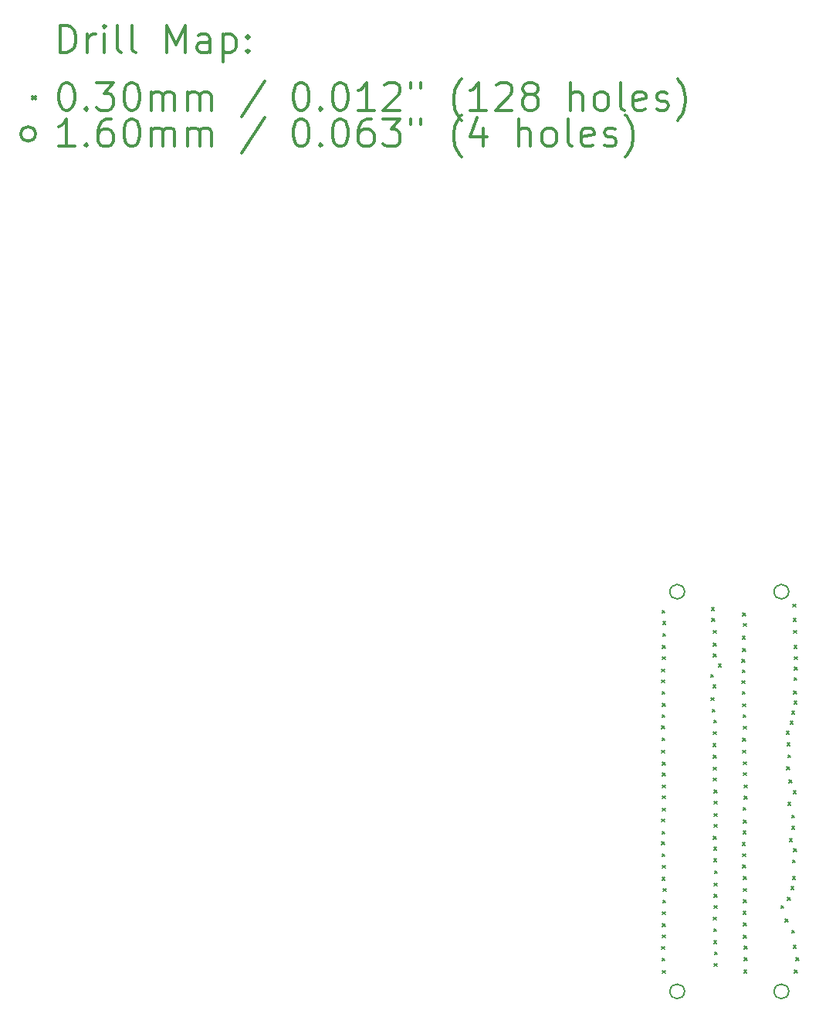
<source format=gbr>
%FSLAX45Y45*%
G04 Gerber Fmt 4.5, Leading zero omitted, Abs format (unit mm)*
G04 Created by KiCad (PCBNEW 4.0.4-stable) date 12/05/16 22:10:51*
%MOMM*%
%LPD*%
G01*
G04 APERTURE LIST*
%ADD10C,0.127000*%
%ADD11C,0.200000*%
%ADD12C,0.300000*%
G04 APERTURE END LIST*
D10*
D11*
X267000Y-1642000D02*
X297000Y-1672000D01*
X297000Y-1642000D02*
X267000Y-1672000D01*
X267000Y-2913000D02*
X297000Y-2943000D01*
X297000Y-2913000D02*
X267000Y-2943000D01*
X269000Y-1019000D02*
X299000Y-1049000D01*
X299000Y-1019000D02*
X269000Y-1049000D01*
X269000Y-4059000D02*
X299000Y-4089000D01*
X299000Y-4059000D02*
X269000Y-4089000D01*
X270000Y-1906000D02*
X300000Y-1936000D01*
X300000Y-1906000D02*
X270000Y-1936000D01*
X270000Y-2662000D02*
X300000Y-2692000D01*
X300000Y-2662000D02*
X270000Y-2692000D01*
X271000Y-1136000D02*
X301000Y-1166000D01*
X301000Y-1136000D02*
X271000Y-1166000D01*
X272000Y-3043000D02*
X302000Y-3073000D01*
X302000Y-3043000D02*
X272000Y-3073000D01*
X272000Y-4186000D02*
X302000Y-4216000D01*
X302000Y-4186000D02*
X272000Y-4216000D01*
X273000Y-1264000D02*
X303000Y-1294000D01*
X303000Y-1264000D02*
X273000Y-1294000D01*
X273000Y-1520000D02*
X303000Y-1550000D01*
X303000Y-1520000D02*
X273000Y-1550000D01*
X273000Y-1772000D02*
X303000Y-1802000D01*
X303000Y-1772000D02*
X273000Y-1802000D01*
X274000Y-2795000D02*
X304000Y-2825000D01*
X304000Y-2795000D02*
X274000Y-2825000D01*
X274000Y-3299000D02*
X304000Y-3329000D01*
X304000Y-3299000D02*
X274000Y-3329000D01*
X275000Y-376000D02*
X305000Y-406000D01*
X305000Y-376000D02*
X275000Y-406000D01*
X276000Y-760000D02*
X306000Y-790000D01*
X306000Y-760000D02*
X276000Y-790000D01*
X276000Y-3171000D02*
X306000Y-3201000D01*
X306000Y-3171000D02*
X276000Y-3201000D01*
X277000Y-884000D02*
X307000Y-914000D01*
X307000Y-884000D02*
X277000Y-914000D01*
X277000Y-1395000D02*
X307000Y-1425000D01*
X307000Y-1395000D02*
X277000Y-1425000D01*
X277000Y-4319000D02*
X307000Y-4349000D01*
X307000Y-4319000D02*
X277000Y-4349000D01*
X278000Y-2038000D02*
X308000Y-2068000D01*
X308000Y-2038000D02*
X278000Y-2068000D01*
X278000Y-2408000D02*
X308000Y-2438000D01*
X308000Y-2408000D02*
X278000Y-2438000D01*
X278000Y-2541000D02*
X308000Y-2571000D01*
X308000Y-2541000D02*
X278000Y-2571000D01*
X278000Y-3679000D02*
X308000Y-3709000D01*
X308000Y-3679000D02*
X278000Y-3709000D01*
X278000Y-3807000D02*
X308000Y-3837000D01*
X308000Y-3807000D02*
X278000Y-3837000D01*
X278000Y-3933000D02*
X308000Y-3963000D01*
X308000Y-3933000D02*
X278000Y-3963000D01*
X279000Y-2157000D02*
X309000Y-2187000D01*
X309000Y-2157000D02*
X279000Y-2187000D01*
X279000Y-2287000D02*
X309000Y-2317000D01*
X309000Y-2287000D02*
X279000Y-2317000D01*
X280000Y-631000D02*
X310000Y-661000D01*
X310000Y-631000D02*
X280000Y-661000D01*
X281000Y-497000D02*
X311000Y-527000D01*
X311000Y-497000D02*
X281000Y-527000D01*
X281000Y-3551000D02*
X311000Y-3581000D01*
X311000Y-3551000D02*
X281000Y-3581000D01*
X285000Y-3425000D02*
X315000Y-3455000D01*
X315000Y-3425000D02*
X285000Y-3455000D01*
X807000Y-1079000D02*
X837000Y-1109000D01*
X837000Y-1079000D02*
X807000Y-1109000D01*
X813000Y-1332000D02*
X843000Y-1362000D01*
X843000Y-1332000D02*
X813000Y-1362000D01*
X814000Y-346000D02*
X844000Y-376000D01*
X844000Y-346000D02*
X814000Y-376000D01*
X820000Y-466000D02*
X850000Y-496000D01*
X850000Y-466000D02*
X820000Y-496000D01*
X822000Y-1460000D02*
X852000Y-1490000D01*
X852000Y-1460000D02*
X822000Y-1490000D01*
X831000Y-1193000D02*
X861000Y-1223000D01*
X861000Y-1193000D02*
X831000Y-1223000D01*
X833000Y-1836000D02*
X863000Y-1866000D01*
X863000Y-1836000D02*
X833000Y-1866000D01*
X834000Y-737000D02*
X864000Y-767000D01*
X864000Y-737000D02*
X834000Y-767000D01*
X834000Y-1962000D02*
X864000Y-1992000D01*
X864000Y-1962000D02*
X834000Y-1992000D01*
X835000Y-595000D02*
X865000Y-625000D01*
X865000Y-595000D02*
X835000Y-625000D01*
X836000Y-2095000D02*
X866000Y-2125000D01*
X866000Y-2095000D02*
X836000Y-2125000D01*
X836000Y-2852000D02*
X866000Y-2882000D01*
X866000Y-2852000D02*
X836000Y-2882000D01*
X836000Y-3736000D02*
X866000Y-3766000D01*
X866000Y-3736000D02*
X836000Y-3766000D01*
X837000Y-852000D02*
X867000Y-882000D01*
X867000Y-852000D02*
X837000Y-882000D01*
X837000Y-1705000D02*
X867000Y-1735000D01*
X867000Y-1705000D02*
X837000Y-1735000D01*
X838000Y-2214000D02*
X868000Y-2244000D01*
X868000Y-2214000D02*
X838000Y-2244000D01*
X839000Y-2970000D02*
X869000Y-3000000D01*
X869000Y-2970000D02*
X839000Y-3000000D01*
X839000Y-3099000D02*
X869000Y-3129000D01*
X869000Y-3099000D02*
X839000Y-3129000D01*
X839000Y-3865000D02*
X869000Y-3895000D01*
X869000Y-3865000D02*
X839000Y-3895000D01*
X840000Y-1576000D02*
X870000Y-1606000D01*
X870000Y-1576000D02*
X840000Y-1606000D01*
X842000Y-3994000D02*
X872000Y-4024000D01*
X872000Y-3994000D02*
X842000Y-4024000D01*
X843000Y-2346000D02*
X873000Y-2376000D01*
X873000Y-2346000D02*
X843000Y-2376000D01*
X843000Y-2719000D02*
X873000Y-2749000D01*
X873000Y-2719000D02*
X843000Y-2749000D01*
X843000Y-3608000D02*
X873000Y-3638000D01*
X873000Y-3608000D02*
X843000Y-3638000D01*
X845000Y-2466000D02*
X875000Y-2496000D01*
X875000Y-2466000D02*
X845000Y-2496000D01*
X845000Y-3363000D02*
X875000Y-3393000D01*
X875000Y-3363000D02*
X845000Y-3393000D01*
X846000Y-2602000D02*
X876000Y-2632000D01*
X876000Y-2602000D02*
X846000Y-2632000D01*
X846000Y-3485000D02*
X876000Y-3515000D01*
X876000Y-3485000D02*
X846000Y-3515000D01*
X846000Y-4245000D02*
X876000Y-4275000D01*
X876000Y-4245000D02*
X846000Y-4275000D01*
X847000Y-4116000D02*
X877000Y-4146000D01*
X877000Y-4116000D02*
X847000Y-4146000D01*
X848000Y-3229000D02*
X878000Y-3259000D01*
X878000Y-3229000D02*
X848000Y-3259000D01*
X893000Y-965000D02*
X923000Y-995000D01*
X923000Y-965000D02*
X893000Y-995000D01*
X1150000Y-915000D02*
X1180000Y-945000D01*
X1180000Y-915000D02*
X1150000Y-945000D01*
X1150000Y-1144000D02*
X1180000Y-1174000D01*
X1180000Y-1144000D02*
X1150000Y-1174000D01*
X1153000Y-1029000D02*
X1183000Y-1059000D01*
X1183000Y-1029000D02*
X1153000Y-1059000D01*
X1153000Y-1266000D02*
X1183000Y-1296000D01*
X1183000Y-1266000D02*
X1153000Y-1296000D01*
X1154000Y-659000D02*
X1184000Y-689000D01*
X1184000Y-659000D02*
X1154000Y-689000D01*
X1154000Y-2918000D02*
X1184000Y-2948000D01*
X1184000Y-2918000D02*
X1154000Y-2948000D01*
X1156000Y-3043000D02*
X1186000Y-3073000D01*
X1186000Y-3043000D02*
X1156000Y-3073000D01*
X1157000Y-1400000D02*
X1187000Y-1430000D01*
X1187000Y-1400000D02*
X1157000Y-1430000D01*
X1157000Y-1776000D02*
X1187000Y-1806000D01*
X1187000Y-1776000D02*
X1157000Y-1806000D01*
X1158000Y-405000D02*
X1188000Y-435000D01*
X1188000Y-405000D02*
X1158000Y-435000D01*
X1158000Y-795000D02*
X1188000Y-825000D01*
X1188000Y-795000D02*
X1158000Y-825000D01*
X1159000Y-1908000D02*
X1189000Y-1938000D01*
X1189000Y-1908000D02*
X1159000Y-1938000D01*
X1159000Y-3167000D02*
X1189000Y-3197000D01*
X1189000Y-3167000D02*
X1159000Y-3197000D01*
X1163000Y-1520000D02*
X1193000Y-1550000D01*
X1193000Y-1520000D02*
X1163000Y-1550000D01*
X1163000Y-2536000D02*
X1193000Y-2566000D01*
X1193000Y-2536000D02*
X1163000Y-2566000D01*
X1163000Y-2794000D02*
X1193000Y-2824000D01*
X1193000Y-2794000D02*
X1163000Y-2824000D01*
X1163000Y-3675000D02*
X1193000Y-3705000D01*
X1193000Y-3675000D02*
X1163000Y-3705000D01*
X1165000Y-520000D02*
X1195000Y-550000D01*
X1195000Y-520000D02*
X1165000Y-550000D01*
X1165000Y-1645000D02*
X1195000Y-1675000D01*
X1195000Y-1645000D02*
X1165000Y-1675000D01*
X1165000Y-2036000D02*
X1195000Y-2066000D01*
X1195000Y-2036000D02*
X1165000Y-2066000D01*
X1165000Y-2676000D02*
X1195000Y-2706000D01*
X1195000Y-2676000D02*
X1165000Y-2706000D01*
X1165000Y-3291000D02*
X1195000Y-3321000D01*
X1195000Y-3291000D02*
X1165000Y-3321000D01*
X1165000Y-3425000D02*
X1195000Y-3455000D01*
X1195000Y-3425000D02*
X1165000Y-3455000D01*
X1165000Y-3544000D02*
X1195000Y-3574000D01*
X1195000Y-3544000D02*
X1165000Y-3574000D01*
X1165000Y-3800000D02*
X1195000Y-3830000D01*
X1195000Y-3800000D02*
X1165000Y-3830000D01*
X1167000Y-2155000D02*
X1197000Y-2185000D01*
X1197000Y-2155000D02*
X1167000Y-2185000D01*
X1167000Y-3937000D02*
X1197000Y-3967000D01*
X1197000Y-3937000D02*
X1167000Y-3967000D01*
X1170000Y-4316000D02*
X1200000Y-4346000D01*
X1200000Y-4316000D02*
X1170000Y-4346000D01*
X1174000Y-4056000D02*
X1204000Y-4086000D01*
X1204000Y-4056000D02*
X1174000Y-4086000D01*
X1174000Y-4180000D02*
X1204000Y-4210000D01*
X1204000Y-4180000D02*
X1174000Y-4210000D01*
X1175000Y-2289000D02*
X1205000Y-2319000D01*
X1205000Y-2289000D02*
X1175000Y-2319000D01*
X1175000Y-2413000D02*
X1205000Y-2443000D01*
X1205000Y-2413000D02*
X1175000Y-2443000D01*
X1578590Y-3609999D02*
X1608590Y-3639999D01*
X1608590Y-3609999D02*
X1578590Y-3639999D01*
X1623965Y-3759999D02*
X1653965Y-3789999D01*
X1653965Y-3759999D02*
X1623965Y-3789999D01*
X1636608Y-1698109D02*
X1666608Y-1728109D01*
X1666608Y-1698109D02*
X1636608Y-1728109D01*
X1641863Y-2091001D02*
X1671863Y-2121001D01*
X1671863Y-2091001D02*
X1641863Y-2121001D01*
X1646608Y-1825608D02*
X1676608Y-1855608D01*
X1676608Y-1825608D02*
X1646608Y-1855608D01*
X1647087Y-3519313D02*
X1677087Y-3549313D01*
X1677087Y-3519313D02*
X1647087Y-3549313D01*
X1653232Y-2480999D02*
X1683232Y-2510999D01*
X1683232Y-2480999D02*
X1653232Y-2510999D01*
X1654108Y-1958108D02*
X1684108Y-1988108D01*
X1684108Y-1958108D02*
X1654108Y-1988108D01*
X1667366Y-2231639D02*
X1697366Y-2261639D01*
X1697366Y-2231639D02*
X1667366Y-2261639D01*
X1671426Y-2876175D02*
X1701426Y-2906175D01*
X1701426Y-2876175D02*
X1671426Y-2906175D01*
X1680332Y-1588991D02*
X1710332Y-1618991D01*
X1710332Y-1588991D02*
X1680332Y-1618991D01*
X1687722Y-3400764D02*
X1717722Y-3430764D01*
X1717722Y-3400764D02*
X1687722Y-3430764D01*
X1696000Y-3879999D02*
X1726000Y-3909999D01*
X1726000Y-3879999D02*
X1696000Y-3909999D01*
X1696485Y-2739999D02*
X1726485Y-2769999D01*
X1726485Y-2739999D02*
X1696485Y-2769999D01*
X1696632Y-2619999D02*
X1726632Y-2649999D01*
X1726632Y-2619999D02*
X1696632Y-2649999D01*
X1696787Y-1478990D02*
X1726787Y-1508990D01*
X1726787Y-1478990D02*
X1696787Y-1508990D01*
X1702193Y-3290762D02*
X1732193Y-3320762D01*
X1732193Y-3290762D02*
X1702193Y-3320762D01*
X1703000Y-3109999D02*
X1733000Y-3139999D01*
X1733000Y-3109999D02*
X1703000Y-3139999D01*
X1710000Y-307299D02*
X1740000Y-337299D01*
X1740000Y-307299D02*
X1710000Y-337299D01*
X1711246Y-4043463D02*
X1741246Y-4073463D01*
X1741246Y-4043463D02*
X1711246Y-4073463D01*
X1712000Y-462299D02*
X1742000Y-492299D01*
X1742000Y-462299D02*
X1712000Y-492299D01*
X1712612Y-2349999D02*
X1742612Y-2379999D01*
X1742612Y-2349999D02*
X1712612Y-2379999D01*
X1715000Y-595000D02*
X1745000Y-625000D01*
X1745000Y-595000D02*
X1715000Y-625000D01*
X1717000Y-1258988D02*
X1747000Y-1288988D01*
X1747000Y-1258988D02*
X1717000Y-1288988D01*
X1717664Y-2987999D02*
X1747664Y-3017999D01*
X1747664Y-2987999D02*
X1717664Y-3017999D01*
X1719597Y-1368989D02*
X1749597Y-1398989D01*
X1749597Y-1368989D02*
X1719597Y-1398989D01*
X1720000Y-761000D02*
X1750000Y-791000D01*
X1750000Y-761000D02*
X1720000Y-791000D01*
X1721000Y-1113000D02*
X1751000Y-1143000D01*
X1751000Y-1113000D02*
X1721000Y-1143000D01*
X1723000Y-999000D02*
X1753000Y-1029000D01*
X1753000Y-999000D02*
X1723000Y-1029000D01*
X1724000Y-882000D02*
X1754000Y-912000D01*
X1754000Y-882000D02*
X1724000Y-912000D01*
X1727000Y-4316000D02*
X1757000Y-4346000D01*
X1757000Y-4316000D02*
X1727000Y-4346000D01*
X1740364Y-4179999D02*
X1770364Y-4209999D01*
X1770364Y-4179999D02*
X1740364Y-4209999D01*
X519000Y-171000D02*
G75*
G03X519000Y-171000I-80000J0D01*
G01*
X519000Y-4550000D02*
G75*
G03X519000Y-4550000I-80000J0D01*
G01*
X1662000Y-171000D02*
G75*
G03X1662000Y-171000I-80000J0D01*
G01*
X1662000Y-4550000D02*
G75*
G03X1662000Y-4550000I-80000J0D01*
G01*
D12*
X-6328571Y5734286D02*
X-6328571Y6034286D01*
X-6257143Y6034286D01*
X-6214286Y6020000D01*
X-6185714Y5991429D01*
X-6171429Y5962857D01*
X-6157143Y5905714D01*
X-6157143Y5862857D01*
X-6171429Y5805714D01*
X-6185714Y5777143D01*
X-6214286Y5748571D01*
X-6257143Y5734286D01*
X-6328571Y5734286D01*
X-6028571Y5734286D02*
X-6028571Y5934286D01*
X-6028571Y5877143D02*
X-6014286Y5905714D01*
X-6000000Y5920000D01*
X-5971429Y5934286D01*
X-5942857Y5934286D01*
X-5842857Y5734286D02*
X-5842857Y5934286D01*
X-5842857Y6034286D02*
X-5857143Y6020000D01*
X-5842857Y6005714D01*
X-5828571Y6020000D01*
X-5842857Y6034286D01*
X-5842857Y6005714D01*
X-5657143Y5734286D02*
X-5685714Y5748571D01*
X-5700000Y5777143D01*
X-5700000Y6034286D01*
X-5500000Y5734286D02*
X-5528571Y5748571D01*
X-5542857Y5777143D01*
X-5542857Y6034286D01*
X-5157143Y5734286D02*
X-5157143Y6034286D01*
X-5057143Y5820000D01*
X-4957143Y6034286D01*
X-4957143Y5734286D01*
X-4685714Y5734286D02*
X-4685714Y5891429D01*
X-4700000Y5920000D01*
X-4728571Y5934286D01*
X-4785714Y5934286D01*
X-4814286Y5920000D01*
X-4685714Y5748571D02*
X-4714286Y5734286D01*
X-4785714Y5734286D01*
X-4814286Y5748571D01*
X-4828571Y5777143D01*
X-4828571Y5805714D01*
X-4814286Y5834286D01*
X-4785714Y5848571D01*
X-4714286Y5848571D01*
X-4685714Y5862857D01*
X-4542857Y5934286D02*
X-4542857Y5634286D01*
X-4542857Y5920000D02*
X-4514286Y5934286D01*
X-4457143Y5934286D01*
X-4428571Y5920000D01*
X-4414286Y5905714D01*
X-4400000Y5877143D01*
X-4400000Y5791429D01*
X-4414286Y5762857D01*
X-4428571Y5748571D01*
X-4457143Y5734286D01*
X-4514286Y5734286D01*
X-4542857Y5748571D01*
X-4271429Y5762857D02*
X-4257143Y5748571D01*
X-4271429Y5734286D01*
X-4285714Y5748571D01*
X-4271429Y5762857D01*
X-4271429Y5734286D01*
X-4271429Y5920000D02*
X-4257143Y5905714D01*
X-4271429Y5891429D01*
X-4285714Y5905714D01*
X-4271429Y5920000D01*
X-4271429Y5891429D01*
X-6630000Y5255000D02*
X-6600000Y5225000D01*
X-6600000Y5255000D02*
X-6630000Y5225000D01*
X-6271429Y5404286D02*
X-6242857Y5404286D01*
X-6214286Y5390000D01*
X-6200000Y5375714D01*
X-6185714Y5347143D01*
X-6171429Y5290000D01*
X-6171429Y5218571D01*
X-6185714Y5161429D01*
X-6200000Y5132857D01*
X-6214286Y5118571D01*
X-6242857Y5104286D01*
X-6271429Y5104286D01*
X-6300000Y5118571D01*
X-6314286Y5132857D01*
X-6328571Y5161429D01*
X-6342857Y5218571D01*
X-6342857Y5290000D01*
X-6328571Y5347143D01*
X-6314286Y5375714D01*
X-6300000Y5390000D01*
X-6271429Y5404286D01*
X-6042857Y5132857D02*
X-6028571Y5118571D01*
X-6042857Y5104286D01*
X-6057143Y5118571D01*
X-6042857Y5132857D01*
X-6042857Y5104286D01*
X-5928571Y5404286D02*
X-5742857Y5404286D01*
X-5842857Y5290000D01*
X-5800000Y5290000D01*
X-5771429Y5275714D01*
X-5757143Y5261429D01*
X-5742857Y5232857D01*
X-5742857Y5161429D01*
X-5757143Y5132857D01*
X-5771429Y5118571D01*
X-5800000Y5104286D01*
X-5885714Y5104286D01*
X-5914286Y5118571D01*
X-5928571Y5132857D01*
X-5557143Y5404286D02*
X-5528571Y5404286D01*
X-5500000Y5390000D01*
X-5485714Y5375714D01*
X-5471429Y5347143D01*
X-5457143Y5290000D01*
X-5457143Y5218571D01*
X-5471429Y5161429D01*
X-5485714Y5132857D01*
X-5500000Y5118571D01*
X-5528571Y5104286D01*
X-5557143Y5104286D01*
X-5585714Y5118571D01*
X-5600000Y5132857D01*
X-5614286Y5161429D01*
X-5628571Y5218571D01*
X-5628571Y5290000D01*
X-5614286Y5347143D01*
X-5600000Y5375714D01*
X-5585714Y5390000D01*
X-5557143Y5404286D01*
X-5328571Y5104286D02*
X-5328571Y5304286D01*
X-5328571Y5275714D02*
X-5314286Y5290000D01*
X-5285714Y5304286D01*
X-5242857Y5304286D01*
X-5214286Y5290000D01*
X-5200000Y5261429D01*
X-5200000Y5104286D01*
X-5200000Y5261429D02*
X-5185714Y5290000D01*
X-5157143Y5304286D01*
X-5114286Y5304286D01*
X-5085714Y5290000D01*
X-5071429Y5261429D01*
X-5071429Y5104286D01*
X-4928571Y5104286D02*
X-4928571Y5304286D01*
X-4928571Y5275714D02*
X-4914286Y5290000D01*
X-4885714Y5304286D01*
X-4842857Y5304286D01*
X-4814286Y5290000D01*
X-4800000Y5261429D01*
X-4800000Y5104286D01*
X-4800000Y5261429D02*
X-4785714Y5290000D01*
X-4757143Y5304286D01*
X-4714286Y5304286D01*
X-4685714Y5290000D01*
X-4671429Y5261429D01*
X-4671429Y5104286D01*
X-4085714Y5418571D02*
X-4342857Y5032857D01*
X-3700000Y5404286D02*
X-3671429Y5404286D01*
X-3642857Y5390000D01*
X-3628571Y5375714D01*
X-3614286Y5347143D01*
X-3600000Y5290000D01*
X-3600000Y5218571D01*
X-3614286Y5161429D01*
X-3628571Y5132857D01*
X-3642857Y5118571D01*
X-3671429Y5104286D01*
X-3700000Y5104286D01*
X-3728571Y5118571D01*
X-3742857Y5132857D01*
X-3757143Y5161429D01*
X-3771429Y5218571D01*
X-3771429Y5290000D01*
X-3757143Y5347143D01*
X-3742857Y5375714D01*
X-3728571Y5390000D01*
X-3700000Y5404286D01*
X-3471429Y5132857D02*
X-3457143Y5118571D01*
X-3471429Y5104286D01*
X-3485714Y5118571D01*
X-3471429Y5132857D01*
X-3471429Y5104286D01*
X-3271429Y5404286D02*
X-3242857Y5404286D01*
X-3214286Y5390000D01*
X-3200000Y5375714D01*
X-3185714Y5347143D01*
X-3171429Y5290000D01*
X-3171429Y5218571D01*
X-3185714Y5161429D01*
X-3200000Y5132857D01*
X-3214286Y5118571D01*
X-3242857Y5104286D01*
X-3271429Y5104286D01*
X-3300000Y5118571D01*
X-3314286Y5132857D01*
X-3328571Y5161429D01*
X-3342857Y5218571D01*
X-3342857Y5290000D01*
X-3328571Y5347143D01*
X-3314286Y5375714D01*
X-3300000Y5390000D01*
X-3271429Y5404286D01*
X-2885714Y5104286D02*
X-3057143Y5104286D01*
X-2971429Y5104286D02*
X-2971429Y5404286D01*
X-3000000Y5361429D01*
X-3028571Y5332857D01*
X-3057143Y5318571D01*
X-2771429Y5375714D02*
X-2757143Y5390000D01*
X-2728572Y5404286D01*
X-2657143Y5404286D01*
X-2628572Y5390000D01*
X-2614286Y5375714D01*
X-2600000Y5347143D01*
X-2600000Y5318571D01*
X-2614286Y5275714D01*
X-2785714Y5104286D01*
X-2600000Y5104286D01*
X-2485714Y5404286D02*
X-2485714Y5347143D01*
X-2371429Y5404286D02*
X-2371429Y5347143D01*
X-1928571Y4990000D02*
X-1942857Y5004286D01*
X-1971429Y5047143D01*
X-1985714Y5075714D01*
X-2000000Y5118571D01*
X-2014286Y5190000D01*
X-2014286Y5247143D01*
X-2000000Y5318571D01*
X-1985714Y5361429D01*
X-1971429Y5390000D01*
X-1942857Y5432857D01*
X-1928571Y5447143D01*
X-1657143Y5104286D02*
X-1828571Y5104286D01*
X-1742857Y5104286D02*
X-1742857Y5404286D01*
X-1771429Y5361429D01*
X-1800000Y5332857D01*
X-1828571Y5318571D01*
X-1542857Y5375714D02*
X-1528571Y5390000D01*
X-1500000Y5404286D01*
X-1428571Y5404286D01*
X-1400000Y5390000D01*
X-1385714Y5375714D01*
X-1371429Y5347143D01*
X-1371429Y5318571D01*
X-1385714Y5275714D01*
X-1557143Y5104286D01*
X-1371429Y5104286D01*
X-1200000Y5275714D02*
X-1228572Y5290000D01*
X-1242857Y5304286D01*
X-1257143Y5332857D01*
X-1257143Y5347143D01*
X-1242857Y5375714D01*
X-1228572Y5390000D01*
X-1200000Y5404286D01*
X-1142857Y5404286D01*
X-1114286Y5390000D01*
X-1100000Y5375714D01*
X-1085714Y5347143D01*
X-1085714Y5332857D01*
X-1100000Y5304286D01*
X-1114286Y5290000D01*
X-1142857Y5275714D01*
X-1200000Y5275714D01*
X-1228572Y5261429D01*
X-1242857Y5247143D01*
X-1257143Y5218571D01*
X-1257143Y5161429D01*
X-1242857Y5132857D01*
X-1228572Y5118571D01*
X-1200000Y5104286D01*
X-1142857Y5104286D01*
X-1114286Y5118571D01*
X-1100000Y5132857D01*
X-1085714Y5161429D01*
X-1085714Y5218571D01*
X-1100000Y5247143D01*
X-1114286Y5261429D01*
X-1142857Y5275714D01*
X-728571Y5104286D02*
X-728571Y5404286D01*
X-600000Y5104286D02*
X-600000Y5261429D01*
X-614286Y5290000D01*
X-642857Y5304286D01*
X-685714Y5304286D01*
X-714286Y5290000D01*
X-728571Y5275714D01*
X-414286Y5104286D02*
X-442857Y5118571D01*
X-457143Y5132857D01*
X-471429Y5161429D01*
X-471429Y5247143D01*
X-457143Y5275714D01*
X-442857Y5290000D01*
X-414286Y5304286D01*
X-371429Y5304286D01*
X-342857Y5290000D01*
X-328572Y5275714D01*
X-314286Y5247143D01*
X-314286Y5161429D01*
X-328572Y5132857D01*
X-342857Y5118571D01*
X-371429Y5104286D01*
X-414286Y5104286D01*
X-142857Y5104286D02*
X-171429Y5118571D01*
X-185714Y5147143D01*
X-185714Y5404286D01*
X85714Y5118571D02*
X57143Y5104286D01*
X0Y5104286D01*
X-28571Y5118571D01*
X-42857Y5147143D01*
X-42857Y5261429D01*
X-28571Y5290000D01*
X0Y5304286D01*
X57143Y5304286D01*
X85714Y5290000D01*
X100000Y5261429D01*
X100000Y5232857D01*
X-42857Y5204286D01*
X214286Y5118571D02*
X242857Y5104286D01*
X300000Y5104286D01*
X328572Y5118571D01*
X342857Y5147143D01*
X342857Y5161429D01*
X328572Y5190000D01*
X300000Y5204286D01*
X257143Y5204286D01*
X228571Y5218571D01*
X214286Y5247143D01*
X214286Y5261429D01*
X228571Y5290000D01*
X257143Y5304286D01*
X300000Y5304286D01*
X328572Y5290000D01*
X442857Y4990000D02*
X457143Y5004286D01*
X485714Y5047143D01*
X500000Y5075714D01*
X514286Y5118571D01*
X528571Y5190000D01*
X528571Y5247143D01*
X514286Y5318571D01*
X500000Y5361429D01*
X485714Y5390000D01*
X457143Y5432857D01*
X442857Y5447143D01*
X-6600000Y4844000D02*
G75*
G03X-6600000Y4844000I-80000J0D01*
G01*
X-6171429Y4708286D02*
X-6342857Y4708286D01*
X-6257143Y4708286D02*
X-6257143Y5008286D01*
X-6285714Y4965429D01*
X-6314286Y4936857D01*
X-6342857Y4922571D01*
X-6042857Y4736857D02*
X-6028571Y4722571D01*
X-6042857Y4708286D01*
X-6057143Y4722571D01*
X-6042857Y4736857D01*
X-6042857Y4708286D01*
X-5771429Y5008286D02*
X-5828571Y5008286D01*
X-5857143Y4994000D01*
X-5871429Y4979714D01*
X-5900000Y4936857D01*
X-5914286Y4879714D01*
X-5914286Y4765429D01*
X-5900000Y4736857D01*
X-5885714Y4722571D01*
X-5857143Y4708286D01*
X-5800000Y4708286D01*
X-5771429Y4722571D01*
X-5757143Y4736857D01*
X-5742857Y4765429D01*
X-5742857Y4836857D01*
X-5757143Y4865429D01*
X-5771429Y4879714D01*
X-5800000Y4894000D01*
X-5857143Y4894000D01*
X-5885714Y4879714D01*
X-5900000Y4865429D01*
X-5914286Y4836857D01*
X-5557143Y5008286D02*
X-5528571Y5008286D01*
X-5500000Y4994000D01*
X-5485714Y4979714D01*
X-5471429Y4951143D01*
X-5457143Y4894000D01*
X-5457143Y4822571D01*
X-5471429Y4765429D01*
X-5485714Y4736857D01*
X-5500000Y4722571D01*
X-5528571Y4708286D01*
X-5557143Y4708286D01*
X-5585714Y4722571D01*
X-5600000Y4736857D01*
X-5614286Y4765429D01*
X-5628571Y4822571D01*
X-5628571Y4894000D01*
X-5614286Y4951143D01*
X-5600000Y4979714D01*
X-5585714Y4994000D01*
X-5557143Y5008286D01*
X-5328571Y4708286D02*
X-5328571Y4908286D01*
X-5328571Y4879714D02*
X-5314286Y4894000D01*
X-5285714Y4908286D01*
X-5242857Y4908286D01*
X-5214286Y4894000D01*
X-5200000Y4865429D01*
X-5200000Y4708286D01*
X-5200000Y4865429D02*
X-5185714Y4894000D01*
X-5157143Y4908286D01*
X-5114286Y4908286D01*
X-5085714Y4894000D01*
X-5071429Y4865429D01*
X-5071429Y4708286D01*
X-4928571Y4708286D02*
X-4928571Y4908286D01*
X-4928571Y4879714D02*
X-4914286Y4894000D01*
X-4885714Y4908286D01*
X-4842857Y4908286D01*
X-4814286Y4894000D01*
X-4800000Y4865429D01*
X-4800000Y4708286D01*
X-4800000Y4865429D02*
X-4785714Y4894000D01*
X-4757143Y4908286D01*
X-4714286Y4908286D01*
X-4685714Y4894000D01*
X-4671429Y4865429D01*
X-4671429Y4708286D01*
X-4085714Y5022571D02*
X-4342857Y4636857D01*
X-3700000Y5008286D02*
X-3671429Y5008286D01*
X-3642857Y4994000D01*
X-3628571Y4979714D01*
X-3614286Y4951143D01*
X-3600000Y4894000D01*
X-3600000Y4822571D01*
X-3614286Y4765429D01*
X-3628571Y4736857D01*
X-3642857Y4722571D01*
X-3671429Y4708286D01*
X-3700000Y4708286D01*
X-3728571Y4722571D01*
X-3742857Y4736857D01*
X-3757143Y4765429D01*
X-3771429Y4822571D01*
X-3771429Y4894000D01*
X-3757143Y4951143D01*
X-3742857Y4979714D01*
X-3728571Y4994000D01*
X-3700000Y5008286D01*
X-3471429Y4736857D02*
X-3457143Y4722571D01*
X-3471429Y4708286D01*
X-3485714Y4722571D01*
X-3471429Y4736857D01*
X-3471429Y4708286D01*
X-3271429Y5008286D02*
X-3242857Y5008286D01*
X-3214286Y4994000D01*
X-3200000Y4979714D01*
X-3185714Y4951143D01*
X-3171429Y4894000D01*
X-3171429Y4822571D01*
X-3185714Y4765429D01*
X-3200000Y4736857D01*
X-3214286Y4722571D01*
X-3242857Y4708286D01*
X-3271429Y4708286D01*
X-3300000Y4722571D01*
X-3314286Y4736857D01*
X-3328571Y4765429D01*
X-3342857Y4822571D01*
X-3342857Y4894000D01*
X-3328571Y4951143D01*
X-3314286Y4979714D01*
X-3300000Y4994000D01*
X-3271429Y5008286D01*
X-2914286Y5008286D02*
X-2971429Y5008286D01*
X-3000000Y4994000D01*
X-3014286Y4979714D01*
X-3042857Y4936857D01*
X-3057143Y4879714D01*
X-3057143Y4765429D01*
X-3042857Y4736857D01*
X-3028571Y4722571D01*
X-3000000Y4708286D01*
X-2942857Y4708286D01*
X-2914286Y4722571D01*
X-2900000Y4736857D01*
X-2885714Y4765429D01*
X-2885714Y4836857D01*
X-2900000Y4865429D01*
X-2914286Y4879714D01*
X-2942857Y4894000D01*
X-3000000Y4894000D01*
X-3028571Y4879714D01*
X-3042857Y4865429D01*
X-3057143Y4836857D01*
X-2785714Y5008286D02*
X-2600000Y5008286D01*
X-2700000Y4894000D01*
X-2657143Y4894000D01*
X-2628572Y4879714D01*
X-2614286Y4865429D01*
X-2600000Y4836857D01*
X-2600000Y4765429D01*
X-2614286Y4736857D01*
X-2628572Y4722571D01*
X-2657143Y4708286D01*
X-2742857Y4708286D01*
X-2771429Y4722571D01*
X-2785714Y4736857D01*
X-2485714Y5008286D02*
X-2485714Y4951143D01*
X-2371429Y5008286D02*
X-2371429Y4951143D01*
X-1928571Y4594000D02*
X-1942857Y4608286D01*
X-1971429Y4651143D01*
X-1985714Y4679714D01*
X-2000000Y4722571D01*
X-2014286Y4794000D01*
X-2014286Y4851143D01*
X-2000000Y4922571D01*
X-1985714Y4965429D01*
X-1971429Y4994000D01*
X-1942857Y5036857D01*
X-1928571Y5051143D01*
X-1685714Y4908286D02*
X-1685714Y4708286D01*
X-1757143Y5022571D02*
X-1828571Y4808286D01*
X-1642857Y4808286D01*
X-1300000Y4708286D02*
X-1300000Y5008286D01*
X-1171429Y4708286D02*
X-1171429Y4865429D01*
X-1185714Y4894000D01*
X-1214286Y4908286D01*
X-1257143Y4908286D01*
X-1285714Y4894000D01*
X-1300000Y4879714D01*
X-985714Y4708286D02*
X-1014286Y4722571D01*
X-1028571Y4736857D01*
X-1042857Y4765429D01*
X-1042857Y4851143D01*
X-1028571Y4879714D01*
X-1014286Y4894000D01*
X-985714Y4908286D01*
X-942857Y4908286D01*
X-914286Y4894000D01*
X-900000Y4879714D01*
X-885714Y4851143D01*
X-885714Y4765429D01*
X-900000Y4736857D01*
X-914286Y4722571D01*
X-942857Y4708286D01*
X-985714Y4708286D01*
X-714286Y4708286D02*
X-742857Y4722571D01*
X-757143Y4751143D01*
X-757143Y5008286D01*
X-485714Y4722571D02*
X-514286Y4708286D01*
X-571429Y4708286D01*
X-600000Y4722571D01*
X-614286Y4751143D01*
X-614286Y4865429D01*
X-600000Y4894000D01*
X-571429Y4908286D01*
X-514286Y4908286D01*
X-485714Y4894000D01*
X-471429Y4865429D01*
X-471429Y4836857D01*
X-614286Y4808286D01*
X-357143Y4722571D02*
X-328571Y4708286D01*
X-271429Y4708286D01*
X-242857Y4722571D01*
X-228571Y4751143D01*
X-228571Y4765429D01*
X-242857Y4794000D01*
X-271429Y4808286D01*
X-314286Y4808286D01*
X-342857Y4822571D01*
X-357143Y4851143D01*
X-357143Y4865429D01*
X-342857Y4894000D01*
X-314286Y4908286D01*
X-271429Y4908286D01*
X-242857Y4894000D01*
X-128571Y4594000D02*
X-114286Y4608286D01*
X-85714Y4651143D01*
X-71429Y4679714D01*
X-57143Y4722571D01*
X-42857Y4794000D01*
X-42857Y4851143D01*
X-57143Y4922571D01*
X-71429Y4965429D01*
X-85714Y4994000D01*
X-114286Y5036857D01*
X-128571Y5051143D01*
M02*

</source>
